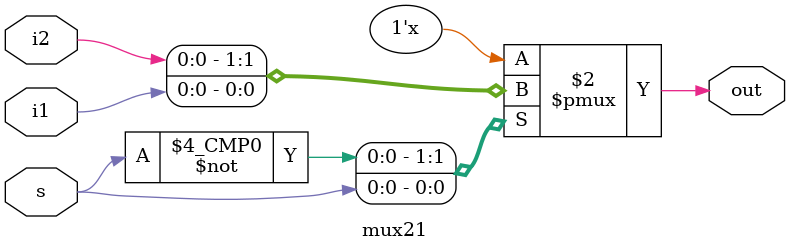
<source format=v>
`timescale 1ns / 1ps

module mux21(
    input i1,
	 input i2,
	 input s,
    output reg out
    );
    
always @(*)
	begin
	
		case({s})
		2'b0: begin out=i2; end
		2'b1: begin out=i1; end
		
		endcase
	end
endmodule



</source>
